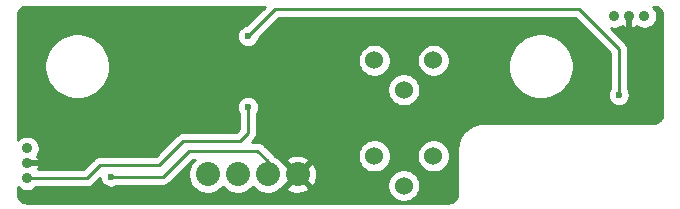
<source format=gbr>
G04 #@! TF.GenerationSoftware,KiCad,Pcbnew,(5.1.5)-3*
G04 #@! TF.CreationDate,2020-05-08T15:22:29-04:00*
G04 #@! TF.ProjectId,MZBOT_XY-Endstop,4d5a424f-545f-4585-992d-456e6473746f,A*
G04 #@! TF.SameCoordinates,Original*
G04 #@! TF.FileFunction,Copper,L2,Bot*
G04 #@! TF.FilePolarity,Positive*
%FSLAX46Y46*%
G04 Gerber Fmt 4.6, Leading zero omitted, Abs format (unit mm)*
G04 Created by KiCad (PCBNEW (5.1.5)-3) date 2020-05-08 15:22:29*
%MOMM*%
%LPD*%
G04 APERTURE LIST*
%ADD10C,0.900000*%
%ADD11C,1.524000*%
%ADD12C,2.032000*%
%ADD13C,0.600000*%
%ADD14C,0.508000*%
%ADD15C,0.254000*%
G04 APERTURE END LIST*
D10*
X123500000Y-106980000D03*
X123500000Y-105710000D03*
X123500000Y-108250000D03*
D11*
X155400000Y-108850000D03*
X152900000Y-106350000D03*
X157900000Y-106350000D03*
D12*
X146410000Y-107900000D03*
X143870000Y-107900000D03*
X141330000Y-107900000D03*
X138790000Y-107900000D03*
D10*
X174500000Y-94500000D03*
X175770000Y-94500000D03*
X173230000Y-94500000D03*
D11*
X155400000Y-100750000D03*
X152900000Y-98250000D03*
X157900000Y-98250000D03*
D13*
X132050000Y-104200000D03*
X139100000Y-96700000D03*
X132900000Y-106300000D03*
X133100000Y-98300000D03*
X133100000Y-100300000D03*
X152300000Y-108300000D03*
X146000000Y-103900000D03*
X152200000Y-101200000D03*
X175641000Y-101219000D03*
X130462000Y-105892000D03*
X142200000Y-96200000D03*
X173600000Y-101200000D03*
X130600000Y-108100000D03*
X142200000Y-102200000D03*
D14*
X146000000Y-103900000D02*
X146100000Y-103900000D01*
X123500000Y-106980000D02*
X124633000Y-106980000D01*
X124633000Y-106980000D02*
X124714000Y-107061000D01*
X174500000Y-94500000D02*
X174500000Y-95883000D01*
X174500000Y-95883000D02*
X174498000Y-95885000D01*
X130462000Y-105892000D02*
X130462000Y-105765000D01*
D15*
X144500000Y-93900000D02*
X142200000Y-96200000D01*
X170200000Y-93900000D02*
X144500000Y-93900000D01*
X173600000Y-97300000D02*
X170200000Y-93900000D01*
X173600000Y-101200000D02*
X173600000Y-97300000D01*
X143870000Y-106770000D02*
X143870000Y-107900000D01*
X143000000Y-105900000D02*
X143870000Y-106770000D01*
X137200000Y-105900000D02*
X143000000Y-105900000D01*
X135000000Y-108100000D02*
X137200000Y-105900000D01*
X130600000Y-108100000D02*
X135000000Y-108100000D01*
X123500000Y-108250000D02*
X128550000Y-108250000D01*
X142200000Y-104400000D02*
X142200000Y-102200000D01*
X141500000Y-105100000D02*
X142200000Y-104400000D01*
X136700000Y-105100000D02*
X141500000Y-105100000D01*
X134700000Y-107100000D02*
X136700000Y-105100000D01*
X131200000Y-107100000D02*
X134700000Y-107100000D01*
X131200000Y-107100000D02*
X131200000Y-107100000D01*
X129700000Y-107100000D02*
X131200000Y-107100000D01*
X128550000Y-108250000D02*
X129700000Y-107100000D01*
X173230000Y-94500000D02*
X172986000Y-94500000D01*
G36*
X142044820Y-95277550D02*
G01*
X141927271Y-95300932D01*
X141757111Y-95371414D01*
X141603972Y-95473738D01*
X141473738Y-95603972D01*
X141371414Y-95757111D01*
X141300932Y-95927271D01*
X141265000Y-96107911D01*
X141265000Y-96292089D01*
X141300932Y-96472729D01*
X141371414Y-96642889D01*
X141473738Y-96796028D01*
X141603972Y-96926262D01*
X141757111Y-97028586D01*
X141927271Y-97099068D01*
X142107911Y-97135000D01*
X142292089Y-97135000D01*
X142472729Y-97099068D01*
X142642889Y-97028586D01*
X142796028Y-96926262D01*
X142926262Y-96796028D01*
X143028586Y-96642889D01*
X143099068Y-96472729D01*
X143122450Y-96355180D01*
X144815631Y-94662000D01*
X169884370Y-94662000D01*
X172838001Y-97615632D01*
X172838000Y-100657458D01*
X172771414Y-100757111D01*
X172700932Y-100927271D01*
X172665000Y-101107911D01*
X172665000Y-101292089D01*
X172700932Y-101472729D01*
X172771414Y-101642889D01*
X172873738Y-101796028D01*
X173003972Y-101926262D01*
X173157111Y-102028586D01*
X173327271Y-102099068D01*
X173507911Y-102135000D01*
X173692089Y-102135000D01*
X173872729Y-102099068D01*
X174042889Y-102028586D01*
X174196028Y-101926262D01*
X174326262Y-101796028D01*
X174428586Y-101642889D01*
X174499068Y-101472729D01*
X174535000Y-101292089D01*
X174535000Y-101107911D01*
X174499068Y-100927271D01*
X174428586Y-100757111D01*
X174362000Y-100657458D01*
X174362000Y-97337422D01*
X174365686Y-97299999D01*
X174362000Y-97262574D01*
X174350974Y-97150622D01*
X174307402Y-97006985D01*
X174236645Y-96874608D01*
X174141422Y-96758578D01*
X174112352Y-96734721D01*
X172922776Y-95545146D01*
X173123137Y-95585000D01*
X173336863Y-95585000D01*
X173546483Y-95543304D01*
X173743940Y-95461515D01*
X173921647Y-95342775D01*
X173947644Y-95316778D01*
X173966275Y-95450675D01*
X174161997Y-95536532D01*
X174370710Y-95582556D01*
X174584390Y-95586979D01*
X174794828Y-95549629D01*
X174993936Y-95471943D01*
X175033725Y-95450675D01*
X175052356Y-95316778D01*
X175078353Y-95342775D01*
X175256060Y-95461515D01*
X175453517Y-95543304D01*
X175663137Y-95585000D01*
X175876863Y-95585000D01*
X176086483Y-95543304D01*
X176283940Y-95461515D01*
X176461647Y-95342775D01*
X176612775Y-95191647D01*
X176731515Y-95013940D01*
X176813304Y-94816483D01*
X176855000Y-94606863D01*
X176855000Y-94393137D01*
X176813304Y-94183517D01*
X176731515Y-93986060D01*
X176612775Y-93808353D01*
X176519765Y-93715343D01*
X176652785Y-93728386D01*
X176799748Y-93772757D01*
X176935297Y-93844829D01*
X177054258Y-93941852D01*
X177152118Y-94060144D01*
X177225132Y-94195181D01*
X177270529Y-94341833D01*
X177290001Y-94527101D01*
X177290000Y-102715271D01*
X177271614Y-102902784D01*
X177227243Y-103049748D01*
X177155171Y-103185297D01*
X177058148Y-103304258D01*
X176939856Y-103402118D01*
X176804819Y-103475132D01*
X176658167Y-103520529D01*
X176472908Y-103540000D01*
X162115123Y-103540000D01*
X162084424Y-103543024D01*
X162075180Y-103542959D01*
X162065315Y-103543926D01*
X161774169Y-103574526D01*
X161711138Y-103587464D01*
X161647920Y-103599524D01*
X161638430Y-103602389D01*
X161358774Y-103688957D01*
X161299479Y-103713883D01*
X161239785Y-103738001D01*
X161231033Y-103742655D01*
X160973517Y-103881894D01*
X160920158Y-103917885D01*
X160866323Y-103953114D01*
X160858640Y-103959379D01*
X160633073Y-104145984D01*
X160587735Y-104191640D01*
X160541753Y-104236669D01*
X160535434Y-104244308D01*
X160350408Y-104471172D01*
X160314835Y-104524714D01*
X160278440Y-104577867D01*
X160273725Y-104586588D01*
X160136288Y-104845069D01*
X160111780Y-104904530D01*
X160086416Y-104963710D01*
X160083484Y-104973180D01*
X159998870Y-105253435D01*
X159986377Y-105316532D01*
X159972991Y-105379506D01*
X159971955Y-105389365D01*
X159943388Y-105680717D01*
X159943388Y-105680733D01*
X159940001Y-105715123D01*
X159940000Y-109465271D01*
X159921614Y-109652784D01*
X159877243Y-109799748D01*
X159805171Y-109935297D01*
X159708148Y-110054258D01*
X159589856Y-110152118D01*
X159454819Y-110225132D01*
X159308167Y-110270529D01*
X159122908Y-110290000D01*
X123534729Y-110290000D01*
X123347216Y-110271614D01*
X123200252Y-110227243D01*
X123064703Y-110155171D01*
X122945742Y-110058148D01*
X122847882Y-109939856D01*
X122774868Y-109804819D01*
X122729471Y-109658167D01*
X122710000Y-109472908D01*
X122710000Y-108994422D01*
X122808353Y-109092775D01*
X122986060Y-109211515D01*
X123183517Y-109293304D01*
X123393137Y-109335000D01*
X123606863Y-109335000D01*
X123816483Y-109293304D01*
X124013940Y-109211515D01*
X124191647Y-109092775D01*
X124272422Y-109012000D01*
X128512577Y-109012000D01*
X128550000Y-109015686D01*
X128587423Y-109012000D01*
X128587426Y-109012000D01*
X128699378Y-109000974D01*
X128843015Y-108957402D01*
X128975392Y-108886645D01*
X129091422Y-108791422D01*
X129115284Y-108762346D01*
X129668408Y-108209222D01*
X129700932Y-108372729D01*
X129771414Y-108542889D01*
X129873738Y-108696028D01*
X130003972Y-108826262D01*
X130157111Y-108928586D01*
X130327271Y-108999068D01*
X130507911Y-109035000D01*
X130692089Y-109035000D01*
X130872729Y-108999068D01*
X131042889Y-108928586D01*
X131142542Y-108862000D01*
X134962577Y-108862000D01*
X135000000Y-108865686D01*
X135037423Y-108862000D01*
X135037426Y-108862000D01*
X135149378Y-108850974D01*
X135293015Y-108807402D01*
X135425392Y-108736645D01*
X135541422Y-108641422D01*
X135565284Y-108612346D01*
X137515631Y-106662000D01*
X137693134Y-106662000D01*
X137507585Y-106847549D01*
X137326903Y-107117958D01*
X137202447Y-107418421D01*
X137139000Y-107737391D01*
X137139000Y-108062609D01*
X137202447Y-108381579D01*
X137326903Y-108682042D01*
X137507585Y-108952451D01*
X137737549Y-109182415D01*
X138007958Y-109363097D01*
X138308421Y-109487553D01*
X138627391Y-109551000D01*
X138952609Y-109551000D01*
X139271579Y-109487553D01*
X139572042Y-109363097D01*
X139842451Y-109182415D01*
X140060000Y-108964866D01*
X140277549Y-109182415D01*
X140547958Y-109363097D01*
X140848421Y-109487553D01*
X141167391Y-109551000D01*
X141492609Y-109551000D01*
X141811579Y-109487553D01*
X142112042Y-109363097D01*
X142382451Y-109182415D01*
X142600000Y-108964866D01*
X142817549Y-109182415D01*
X143087958Y-109363097D01*
X143388421Y-109487553D01*
X143707391Y-109551000D01*
X144032609Y-109551000D01*
X144351579Y-109487553D01*
X144652042Y-109363097D01*
X144922451Y-109182415D01*
X145058043Y-109046823D01*
X145442782Y-109046823D01*
X145540478Y-109312860D01*
X145832821Y-109455348D01*
X146147344Y-109538064D01*
X146471962Y-109557831D01*
X146794198Y-109513888D01*
X147101670Y-109407924D01*
X147279522Y-109312860D01*
X147377218Y-109046823D01*
X146410000Y-108079605D01*
X145442782Y-109046823D01*
X145058043Y-109046823D01*
X145152415Y-108952451D01*
X145219968Y-108851351D01*
X145263177Y-108867218D01*
X146230395Y-107900000D01*
X146589605Y-107900000D01*
X147556823Y-108867218D01*
X147822860Y-108769522D01*
X147850697Y-108712408D01*
X154003000Y-108712408D01*
X154003000Y-108987592D01*
X154056686Y-109257490D01*
X154161995Y-109511727D01*
X154314880Y-109740535D01*
X154509465Y-109935120D01*
X154738273Y-110088005D01*
X154992510Y-110193314D01*
X155262408Y-110247000D01*
X155537592Y-110247000D01*
X155807490Y-110193314D01*
X156061727Y-110088005D01*
X156290535Y-109935120D01*
X156485120Y-109740535D01*
X156638005Y-109511727D01*
X156743314Y-109257490D01*
X156797000Y-108987592D01*
X156797000Y-108712408D01*
X156743314Y-108442510D01*
X156638005Y-108188273D01*
X156485120Y-107959465D01*
X156290535Y-107764880D01*
X156061727Y-107611995D01*
X155807490Y-107506686D01*
X155537592Y-107453000D01*
X155262408Y-107453000D01*
X154992510Y-107506686D01*
X154738273Y-107611995D01*
X154509465Y-107764880D01*
X154314880Y-107959465D01*
X154161995Y-108188273D01*
X154056686Y-108442510D01*
X154003000Y-108712408D01*
X147850697Y-108712408D01*
X147965348Y-108477179D01*
X148048064Y-108162656D01*
X148067831Y-107838038D01*
X148023888Y-107515802D01*
X147917924Y-107208330D01*
X147822860Y-107030478D01*
X147556823Y-106932782D01*
X146589605Y-107900000D01*
X146230395Y-107900000D01*
X145263177Y-106932782D01*
X145219968Y-106948649D01*
X145152415Y-106847549D01*
X145058043Y-106753177D01*
X145442782Y-106753177D01*
X146410000Y-107720395D01*
X147377218Y-106753177D01*
X147279522Y-106487140D01*
X146987179Y-106344652D01*
X146672656Y-106261936D01*
X146348038Y-106242169D01*
X146025802Y-106286112D01*
X145718330Y-106392076D01*
X145540478Y-106487140D01*
X145442782Y-106753177D01*
X145058043Y-106753177D01*
X144922451Y-106617585D01*
X144652042Y-106436903D01*
X144528661Y-106385797D01*
X144506645Y-106344607D01*
X144435279Y-106257648D01*
X144411422Y-106228578D01*
X144391719Y-106212408D01*
X151503000Y-106212408D01*
X151503000Y-106487592D01*
X151556686Y-106757490D01*
X151661995Y-107011727D01*
X151814880Y-107240535D01*
X152009465Y-107435120D01*
X152238273Y-107588005D01*
X152492510Y-107693314D01*
X152762408Y-107747000D01*
X153037592Y-107747000D01*
X153307490Y-107693314D01*
X153561727Y-107588005D01*
X153790535Y-107435120D01*
X153985120Y-107240535D01*
X154138005Y-107011727D01*
X154243314Y-106757490D01*
X154297000Y-106487592D01*
X154297000Y-106212408D01*
X156503000Y-106212408D01*
X156503000Y-106487592D01*
X156556686Y-106757490D01*
X156661995Y-107011727D01*
X156814880Y-107240535D01*
X157009465Y-107435120D01*
X157238273Y-107588005D01*
X157492510Y-107693314D01*
X157762408Y-107747000D01*
X158037592Y-107747000D01*
X158307490Y-107693314D01*
X158561727Y-107588005D01*
X158790535Y-107435120D01*
X158985120Y-107240535D01*
X159138005Y-107011727D01*
X159243314Y-106757490D01*
X159297000Y-106487592D01*
X159297000Y-106212408D01*
X159243314Y-105942510D01*
X159138005Y-105688273D01*
X158985120Y-105459465D01*
X158790535Y-105264880D01*
X158561727Y-105111995D01*
X158307490Y-105006686D01*
X158037592Y-104953000D01*
X157762408Y-104953000D01*
X157492510Y-105006686D01*
X157238273Y-105111995D01*
X157009465Y-105264880D01*
X156814880Y-105459465D01*
X156661995Y-105688273D01*
X156556686Y-105942510D01*
X156503000Y-106212408D01*
X154297000Y-106212408D01*
X154243314Y-105942510D01*
X154138005Y-105688273D01*
X153985120Y-105459465D01*
X153790535Y-105264880D01*
X153561727Y-105111995D01*
X153307490Y-105006686D01*
X153037592Y-104953000D01*
X152762408Y-104953000D01*
X152492510Y-105006686D01*
X152238273Y-105111995D01*
X152009465Y-105264880D01*
X151814880Y-105459465D01*
X151661995Y-105688273D01*
X151556686Y-105942510D01*
X151503000Y-106212408D01*
X144391719Y-106212408D01*
X144382353Y-106204722D01*
X143565284Y-105387653D01*
X143541422Y-105358578D01*
X143425392Y-105263355D01*
X143293015Y-105192598D01*
X143149378Y-105149026D01*
X143037426Y-105138000D01*
X143037423Y-105138000D01*
X143000000Y-105134314D01*
X142962577Y-105138000D01*
X142539631Y-105138000D01*
X142712353Y-104965278D01*
X142741422Y-104941422D01*
X142836645Y-104825392D01*
X142907402Y-104693015D01*
X142950974Y-104549378D01*
X142962000Y-104437426D01*
X142962000Y-104437417D01*
X142965685Y-104400001D01*
X142962000Y-104362585D01*
X142962000Y-102742542D01*
X143028586Y-102642889D01*
X143099068Y-102472729D01*
X143135000Y-102292089D01*
X143135000Y-102107911D01*
X143099068Y-101927271D01*
X143028586Y-101757111D01*
X142926262Y-101603972D01*
X142796028Y-101473738D01*
X142642889Y-101371414D01*
X142472729Y-101300932D01*
X142292089Y-101265000D01*
X142107911Y-101265000D01*
X141927271Y-101300932D01*
X141757111Y-101371414D01*
X141603972Y-101473738D01*
X141473738Y-101603972D01*
X141371414Y-101757111D01*
X141300932Y-101927271D01*
X141265000Y-102107911D01*
X141265000Y-102292089D01*
X141300932Y-102472729D01*
X141371414Y-102642889D01*
X141438001Y-102742543D01*
X141438000Y-104084369D01*
X141184370Y-104338000D01*
X136737422Y-104338000D01*
X136699999Y-104334314D01*
X136662576Y-104338000D01*
X136662574Y-104338000D01*
X136550622Y-104349026D01*
X136406985Y-104392598D01*
X136274608Y-104463355D01*
X136158578Y-104558578D01*
X136134721Y-104587648D01*
X134384370Y-106338000D01*
X129737423Y-106338000D01*
X129700000Y-106334314D01*
X129662577Y-106338000D01*
X129662574Y-106338000D01*
X129550622Y-106349026D01*
X129406985Y-106392598D01*
X129390056Y-106401647D01*
X129274607Y-106463355D01*
X129245075Y-106487592D01*
X129158578Y-106558578D01*
X129134716Y-106587654D01*
X128234370Y-107488000D01*
X124461960Y-107488000D01*
X124536532Y-107318003D01*
X124582556Y-107109290D01*
X124586979Y-106895610D01*
X124549629Y-106685172D01*
X124471943Y-106486064D01*
X124450675Y-106446275D01*
X124316778Y-106427644D01*
X124342775Y-106401647D01*
X124461515Y-106223940D01*
X124543304Y-106026483D01*
X124585000Y-105816863D01*
X124585000Y-105603137D01*
X124543304Y-105393517D01*
X124461515Y-105196060D01*
X124342775Y-105018353D01*
X124191647Y-104867225D01*
X124013940Y-104748485D01*
X123816483Y-104666696D01*
X123606863Y-104625000D01*
X123393137Y-104625000D01*
X123183517Y-104666696D01*
X122986060Y-104748485D01*
X122808353Y-104867225D01*
X122710000Y-104965578D01*
X122710000Y-98475701D01*
X124965000Y-98475701D01*
X124965000Y-99024299D01*
X125072026Y-99562354D01*
X125281965Y-100069192D01*
X125586750Y-100525334D01*
X125974666Y-100913250D01*
X126430808Y-101218035D01*
X126937646Y-101427974D01*
X127475701Y-101535000D01*
X128024299Y-101535000D01*
X128562354Y-101427974D01*
X129069192Y-101218035D01*
X129525334Y-100913250D01*
X129826176Y-100612408D01*
X154003000Y-100612408D01*
X154003000Y-100887592D01*
X154056686Y-101157490D01*
X154161995Y-101411727D01*
X154314880Y-101640535D01*
X154509465Y-101835120D01*
X154738273Y-101988005D01*
X154992510Y-102093314D01*
X155262408Y-102147000D01*
X155537592Y-102147000D01*
X155807490Y-102093314D01*
X156061727Y-101988005D01*
X156290535Y-101835120D01*
X156485120Y-101640535D01*
X156638005Y-101411727D01*
X156743314Y-101157490D01*
X156797000Y-100887592D01*
X156797000Y-100612408D01*
X156743314Y-100342510D01*
X156638005Y-100088273D01*
X156485120Y-99859465D01*
X156290535Y-99664880D01*
X156061727Y-99511995D01*
X155807490Y-99406686D01*
X155537592Y-99353000D01*
X155262408Y-99353000D01*
X154992510Y-99406686D01*
X154738273Y-99511995D01*
X154509465Y-99664880D01*
X154314880Y-99859465D01*
X154161995Y-100088273D01*
X154056686Y-100342510D01*
X154003000Y-100612408D01*
X129826176Y-100612408D01*
X129913250Y-100525334D01*
X130218035Y-100069192D01*
X130427974Y-99562354D01*
X130535000Y-99024299D01*
X130535000Y-98475701D01*
X130462737Y-98112408D01*
X151503000Y-98112408D01*
X151503000Y-98387592D01*
X151556686Y-98657490D01*
X151661995Y-98911727D01*
X151814880Y-99140535D01*
X152009465Y-99335120D01*
X152238273Y-99488005D01*
X152492510Y-99593314D01*
X152762408Y-99647000D01*
X153037592Y-99647000D01*
X153307490Y-99593314D01*
X153561727Y-99488005D01*
X153790535Y-99335120D01*
X153985120Y-99140535D01*
X154138005Y-98911727D01*
X154243314Y-98657490D01*
X154297000Y-98387592D01*
X154297000Y-98112408D01*
X156503000Y-98112408D01*
X156503000Y-98387592D01*
X156556686Y-98657490D01*
X156661995Y-98911727D01*
X156814880Y-99140535D01*
X157009465Y-99335120D01*
X157238273Y-99488005D01*
X157492510Y-99593314D01*
X157762408Y-99647000D01*
X158037592Y-99647000D01*
X158307490Y-99593314D01*
X158561727Y-99488005D01*
X158790535Y-99335120D01*
X158985120Y-99140535D01*
X159138005Y-98911727D01*
X159243314Y-98657490D01*
X159279474Y-98475701D01*
X164215000Y-98475701D01*
X164215000Y-99024299D01*
X164322026Y-99562354D01*
X164531965Y-100069192D01*
X164836750Y-100525334D01*
X165224666Y-100913250D01*
X165680808Y-101218035D01*
X166187646Y-101427974D01*
X166725701Y-101535000D01*
X167274299Y-101535000D01*
X167812354Y-101427974D01*
X168319192Y-101218035D01*
X168775334Y-100913250D01*
X169163250Y-100525334D01*
X169468035Y-100069192D01*
X169677974Y-99562354D01*
X169785000Y-99024299D01*
X169785000Y-98475701D01*
X169677974Y-97937646D01*
X169468035Y-97430808D01*
X169163250Y-96974666D01*
X168775334Y-96586750D01*
X168319192Y-96281965D01*
X167812354Y-96072026D01*
X167274299Y-95965000D01*
X166725701Y-95965000D01*
X166187646Y-96072026D01*
X165680808Y-96281965D01*
X165224666Y-96586750D01*
X164836750Y-96974666D01*
X164531965Y-97430808D01*
X164322026Y-97937646D01*
X164215000Y-98475701D01*
X159279474Y-98475701D01*
X159297000Y-98387592D01*
X159297000Y-98112408D01*
X159243314Y-97842510D01*
X159138005Y-97588273D01*
X158985120Y-97359465D01*
X158790535Y-97164880D01*
X158561727Y-97011995D01*
X158307490Y-96906686D01*
X158037592Y-96853000D01*
X157762408Y-96853000D01*
X157492510Y-96906686D01*
X157238273Y-97011995D01*
X157009465Y-97164880D01*
X156814880Y-97359465D01*
X156661995Y-97588273D01*
X156556686Y-97842510D01*
X156503000Y-98112408D01*
X154297000Y-98112408D01*
X154243314Y-97842510D01*
X154138005Y-97588273D01*
X153985120Y-97359465D01*
X153790535Y-97164880D01*
X153561727Y-97011995D01*
X153307490Y-96906686D01*
X153037592Y-96853000D01*
X152762408Y-96853000D01*
X152492510Y-96906686D01*
X152238273Y-97011995D01*
X152009465Y-97164880D01*
X151814880Y-97359465D01*
X151661995Y-97588273D01*
X151556686Y-97842510D01*
X151503000Y-98112408D01*
X130462737Y-98112408D01*
X130427974Y-97937646D01*
X130218035Y-97430808D01*
X129913250Y-96974666D01*
X129525334Y-96586750D01*
X129069192Y-96281965D01*
X128562354Y-96072026D01*
X128024299Y-95965000D01*
X127475701Y-95965000D01*
X126937646Y-96072026D01*
X126430808Y-96281965D01*
X125974666Y-96586750D01*
X125586750Y-96974666D01*
X125281965Y-97430808D01*
X125072026Y-97937646D01*
X124965000Y-98475701D01*
X122710000Y-98475701D01*
X122710000Y-94534729D01*
X122728386Y-94347215D01*
X122772757Y-94200252D01*
X122844829Y-94064703D01*
X122941852Y-93945742D01*
X123060144Y-93847882D01*
X123195181Y-93774868D01*
X123341833Y-93729471D01*
X123527092Y-93710000D01*
X143612369Y-93710000D01*
X142044820Y-95277550D01*
G37*
X142044820Y-95277550D02*
X141927271Y-95300932D01*
X141757111Y-95371414D01*
X141603972Y-95473738D01*
X141473738Y-95603972D01*
X141371414Y-95757111D01*
X141300932Y-95927271D01*
X141265000Y-96107911D01*
X141265000Y-96292089D01*
X141300932Y-96472729D01*
X141371414Y-96642889D01*
X141473738Y-96796028D01*
X141603972Y-96926262D01*
X141757111Y-97028586D01*
X141927271Y-97099068D01*
X142107911Y-97135000D01*
X142292089Y-97135000D01*
X142472729Y-97099068D01*
X142642889Y-97028586D01*
X142796028Y-96926262D01*
X142926262Y-96796028D01*
X143028586Y-96642889D01*
X143099068Y-96472729D01*
X143122450Y-96355180D01*
X144815631Y-94662000D01*
X169884370Y-94662000D01*
X172838001Y-97615632D01*
X172838000Y-100657458D01*
X172771414Y-100757111D01*
X172700932Y-100927271D01*
X172665000Y-101107911D01*
X172665000Y-101292089D01*
X172700932Y-101472729D01*
X172771414Y-101642889D01*
X172873738Y-101796028D01*
X173003972Y-101926262D01*
X173157111Y-102028586D01*
X173327271Y-102099068D01*
X173507911Y-102135000D01*
X173692089Y-102135000D01*
X173872729Y-102099068D01*
X174042889Y-102028586D01*
X174196028Y-101926262D01*
X174326262Y-101796028D01*
X174428586Y-101642889D01*
X174499068Y-101472729D01*
X174535000Y-101292089D01*
X174535000Y-101107911D01*
X174499068Y-100927271D01*
X174428586Y-100757111D01*
X174362000Y-100657458D01*
X174362000Y-97337422D01*
X174365686Y-97299999D01*
X174362000Y-97262574D01*
X174350974Y-97150622D01*
X174307402Y-97006985D01*
X174236645Y-96874608D01*
X174141422Y-96758578D01*
X174112352Y-96734721D01*
X172922776Y-95545146D01*
X173123137Y-95585000D01*
X173336863Y-95585000D01*
X173546483Y-95543304D01*
X173743940Y-95461515D01*
X173921647Y-95342775D01*
X173947644Y-95316778D01*
X173966275Y-95450675D01*
X174161997Y-95536532D01*
X174370710Y-95582556D01*
X174584390Y-95586979D01*
X174794828Y-95549629D01*
X174993936Y-95471943D01*
X175033725Y-95450675D01*
X175052356Y-95316778D01*
X175078353Y-95342775D01*
X175256060Y-95461515D01*
X175453517Y-95543304D01*
X175663137Y-95585000D01*
X175876863Y-95585000D01*
X176086483Y-95543304D01*
X176283940Y-95461515D01*
X176461647Y-95342775D01*
X176612775Y-95191647D01*
X176731515Y-95013940D01*
X176813304Y-94816483D01*
X176855000Y-94606863D01*
X176855000Y-94393137D01*
X176813304Y-94183517D01*
X176731515Y-93986060D01*
X176612775Y-93808353D01*
X176519765Y-93715343D01*
X176652785Y-93728386D01*
X176799748Y-93772757D01*
X176935297Y-93844829D01*
X177054258Y-93941852D01*
X177152118Y-94060144D01*
X177225132Y-94195181D01*
X177270529Y-94341833D01*
X177290001Y-94527101D01*
X177290000Y-102715271D01*
X177271614Y-102902784D01*
X177227243Y-103049748D01*
X177155171Y-103185297D01*
X177058148Y-103304258D01*
X176939856Y-103402118D01*
X176804819Y-103475132D01*
X176658167Y-103520529D01*
X176472908Y-103540000D01*
X162115123Y-103540000D01*
X162084424Y-103543024D01*
X162075180Y-103542959D01*
X162065315Y-103543926D01*
X161774169Y-103574526D01*
X161711138Y-103587464D01*
X161647920Y-103599524D01*
X161638430Y-103602389D01*
X161358774Y-103688957D01*
X161299479Y-103713883D01*
X161239785Y-103738001D01*
X161231033Y-103742655D01*
X160973517Y-103881894D01*
X160920158Y-103917885D01*
X160866323Y-103953114D01*
X160858640Y-103959379D01*
X160633073Y-104145984D01*
X160587735Y-104191640D01*
X160541753Y-104236669D01*
X160535434Y-104244308D01*
X160350408Y-104471172D01*
X160314835Y-104524714D01*
X160278440Y-104577867D01*
X160273725Y-104586588D01*
X160136288Y-104845069D01*
X160111780Y-104904530D01*
X160086416Y-104963710D01*
X160083484Y-104973180D01*
X159998870Y-105253435D01*
X159986377Y-105316532D01*
X159972991Y-105379506D01*
X159971955Y-105389365D01*
X159943388Y-105680717D01*
X159943388Y-105680733D01*
X159940001Y-105715123D01*
X159940000Y-109465271D01*
X159921614Y-109652784D01*
X159877243Y-109799748D01*
X159805171Y-109935297D01*
X159708148Y-110054258D01*
X159589856Y-110152118D01*
X159454819Y-110225132D01*
X159308167Y-110270529D01*
X159122908Y-110290000D01*
X123534729Y-110290000D01*
X123347216Y-110271614D01*
X123200252Y-110227243D01*
X123064703Y-110155171D01*
X122945742Y-110058148D01*
X122847882Y-109939856D01*
X122774868Y-109804819D01*
X122729471Y-109658167D01*
X122710000Y-109472908D01*
X122710000Y-108994422D01*
X122808353Y-109092775D01*
X122986060Y-109211515D01*
X123183517Y-109293304D01*
X123393137Y-109335000D01*
X123606863Y-109335000D01*
X123816483Y-109293304D01*
X124013940Y-109211515D01*
X124191647Y-109092775D01*
X124272422Y-109012000D01*
X128512577Y-109012000D01*
X128550000Y-109015686D01*
X128587423Y-109012000D01*
X128587426Y-109012000D01*
X128699378Y-109000974D01*
X128843015Y-108957402D01*
X128975392Y-108886645D01*
X129091422Y-108791422D01*
X129115284Y-108762346D01*
X129668408Y-108209222D01*
X129700932Y-108372729D01*
X129771414Y-108542889D01*
X129873738Y-108696028D01*
X130003972Y-108826262D01*
X130157111Y-108928586D01*
X130327271Y-108999068D01*
X130507911Y-109035000D01*
X130692089Y-109035000D01*
X130872729Y-108999068D01*
X131042889Y-108928586D01*
X131142542Y-108862000D01*
X134962577Y-108862000D01*
X135000000Y-108865686D01*
X135037423Y-108862000D01*
X135037426Y-108862000D01*
X135149378Y-108850974D01*
X135293015Y-108807402D01*
X135425392Y-108736645D01*
X135541422Y-108641422D01*
X135565284Y-108612346D01*
X137515631Y-106662000D01*
X137693134Y-106662000D01*
X137507585Y-106847549D01*
X137326903Y-107117958D01*
X137202447Y-107418421D01*
X137139000Y-107737391D01*
X137139000Y-108062609D01*
X137202447Y-108381579D01*
X137326903Y-108682042D01*
X137507585Y-108952451D01*
X137737549Y-109182415D01*
X138007958Y-109363097D01*
X138308421Y-109487553D01*
X138627391Y-109551000D01*
X138952609Y-109551000D01*
X139271579Y-109487553D01*
X139572042Y-109363097D01*
X139842451Y-109182415D01*
X140060000Y-108964866D01*
X140277549Y-109182415D01*
X140547958Y-109363097D01*
X140848421Y-109487553D01*
X141167391Y-109551000D01*
X141492609Y-109551000D01*
X141811579Y-109487553D01*
X142112042Y-109363097D01*
X142382451Y-109182415D01*
X142600000Y-108964866D01*
X142817549Y-109182415D01*
X143087958Y-109363097D01*
X143388421Y-109487553D01*
X143707391Y-109551000D01*
X144032609Y-109551000D01*
X144351579Y-109487553D01*
X144652042Y-109363097D01*
X144922451Y-109182415D01*
X145058043Y-109046823D01*
X145442782Y-109046823D01*
X145540478Y-109312860D01*
X145832821Y-109455348D01*
X146147344Y-109538064D01*
X146471962Y-109557831D01*
X146794198Y-109513888D01*
X147101670Y-109407924D01*
X147279522Y-109312860D01*
X147377218Y-109046823D01*
X146410000Y-108079605D01*
X145442782Y-109046823D01*
X145058043Y-109046823D01*
X145152415Y-108952451D01*
X145219968Y-108851351D01*
X145263177Y-108867218D01*
X146230395Y-107900000D01*
X146589605Y-107900000D01*
X147556823Y-108867218D01*
X147822860Y-108769522D01*
X147850697Y-108712408D01*
X154003000Y-108712408D01*
X154003000Y-108987592D01*
X154056686Y-109257490D01*
X154161995Y-109511727D01*
X154314880Y-109740535D01*
X154509465Y-109935120D01*
X154738273Y-110088005D01*
X154992510Y-110193314D01*
X155262408Y-110247000D01*
X155537592Y-110247000D01*
X155807490Y-110193314D01*
X156061727Y-110088005D01*
X156290535Y-109935120D01*
X156485120Y-109740535D01*
X156638005Y-109511727D01*
X156743314Y-109257490D01*
X156797000Y-108987592D01*
X156797000Y-108712408D01*
X156743314Y-108442510D01*
X156638005Y-108188273D01*
X156485120Y-107959465D01*
X156290535Y-107764880D01*
X156061727Y-107611995D01*
X155807490Y-107506686D01*
X155537592Y-107453000D01*
X155262408Y-107453000D01*
X154992510Y-107506686D01*
X154738273Y-107611995D01*
X154509465Y-107764880D01*
X154314880Y-107959465D01*
X154161995Y-108188273D01*
X154056686Y-108442510D01*
X154003000Y-108712408D01*
X147850697Y-108712408D01*
X147965348Y-108477179D01*
X148048064Y-108162656D01*
X148067831Y-107838038D01*
X148023888Y-107515802D01*
X147917924Y-107208330D01*
X147822860Y-107030478D01*
X147556823Y-106932782D01*
X146589605Y-107900000D01*
X146230395Y-107900000D01*
X145263177Y-106932782D01*
X145219968Y-106948649D01*
X145152415Y-106847549D01*
X145058043Y-106753177D01*
X145442782Y-106753177D01*
X146410000Y-107720395D01*
X147377218Y-106753177D01*
X147279522Y-106487140D01*
X146987179Y-106344652D01*
X146672656Y-106261936D01*
X146348038Y-106242169D01*
X146025802Y-106286112D01*
X145718330Y-106392076D01*
X145540478Y-106487140D01*
X145442782Y-106753177D01*
X145058043Y-106753177D01*
X144922451Y-106617585D01*
X144652042Y-106436903D01*
X144528661Y-106385797D01*
X144506645Y-106344607D01*
X144435279Y-106257648D01*
X144411422Y-106228578D01*
X144391719Y-106212408D01*
X151503000Y-106212408D01*
X151503000Y-106487592D01*
X151556686Y-106757490D01*
X151661995Y-107011727D01*
X151814880Y-107240535D01*
X152009465Y-107435120D01*
X152238273Y-107588005D01*
X152492510Y-107693314D01*
X152762408Y-107747000D01*
X153037592Y-107747000D01*
X153307490Y-107693314D01*
X153561727Y-107588005D01*
X153790535Y-107435120D01*
X153985120Y-107240535D01*
X154138005Y-107011727D01*
X154243314Y-106757490D01*
X154297000Y-106487592D01*
X154297000Y-106212408D01*
X156503000Y-106212408D01*
X156503000Y-106487592D01*
X156556686Y-106757490D01*
X156661995Y-107011727D01*
X156814880Y-107240535D01*
X157009465Y-107435120D01*
X157238273Y-107588005D01*
X157492510Y-107693314D01*
X157762408Y-107747000D01*
X158037592Y-107747000D01*
X158307490Y-107693314D01*
X158561727Y-107588005D01*
X158790535Y-107435120D01*
X158985120Y-107240535D01*
X159138005Y-107011727D01*
X159243314Y-106757490D01*
X159297000Y-106487592D01*
X159297000Y-106212408D01*
X159243314Y-105942510D01*
X159138005Y-105688273D01*
X158985120Y-105459465D01*
X158790535Y-105264880D01*
X158561727Y-105111995D01*
X158307490Y-105006686D01*
X158037592Y-104953000D01*
X157762408Y-104953000D01*
X157492510Y-105006686D01*
X157238273Y-105111995D01*
X157009465Y-105264880D01*
X156814880Y-105459465D01*
X156661995Y-105688273D01*
X156556686Y-105942510D01*
X156503000Y-106212408D01*
X154297000Y-106212408D01*
X154243314Y-105942510D01*
X154138005Y-105688273D01*
X153985120Y-105459465D01*
X153790535Y-105264880D01*
X153561727Y-105111995D01*
X153307490Y-105006686D01*
X153037592Y-104953000D01*
X152762408Y-104953000D01*
X152492510Y-105006686D01*
X152238273Y-105111995D01*
X152009465Y-105264880D01*
X151814880Y-105459465D01*
X151661995Y-105688273D01*
X151556686Y-105942510D01*
X151503000Y-106212408D01*
X144391719Y-106212408D01*
X144382353Y-106204722D01*
X143565284Y-105387653D01*
X143541422Y-105358578D01*
X143425392Y-105263355D01*
X143293015Y-105192598D01*
X143149378Y-105149026D01*
X143037426Y-105138000D01*
X143037423Y-105138000D01*
X143000000Y-105134314D01*
X142962577Y-105138000D01*
X142539631Y-105138000D01*
X142712353Y-104965278D01*
X142741422Y-104941422D01*
X142836645Y-104825392D01*
X142907402Y-104693015D01*
X142950974Y-104549378D01*
X142962000Y-104437426D01*
X142962000Y-104437417D01*
X142965685Y-104400001D01*
X142962000Y-104362585D01*
X142962000Y-102742542D01*
X143028586Y-102642889D01*
X143099068Y-102472729D01*
X143135000Y-102292089D01*
X143135000Y-102107911D01*
X143099068Y-101927271D01*
X143028586Y-101757111D01*
X142926262Y-101603972D01*
X142796028Y-101473738D01*
X142642889Y-101371414D01*
X142472729Y-101300932D01*
X142292089Y-101265000D01*
X142107911Y-101265000D01*
X141927271Y-101300932D01*
X141757111Y-101371414D01*
X141603972Y-101473738D01*
X141473738Y-101603972D01*
X141371414Y-101757111D01*
X141300932Y-101927271D01*
X141265000Y-102107911D01*
X141265000Y-102292089D01*
X141300932Y-102472729D01*
X141371414Y-102642889D01*
X141438001Y-102742543D01*
X141438000Y-104084369D01*
X141184370Y-104338000D01*
X136737422Y-104338000D01*
X136699999Y-104334314D01*
X136662576Y-104338000D01*
X136662574Y-104338000D01*
X136550622Y-104349026D01*
X136406985Y-104392598D01*
X136274608Y-104463355D01*
X136158578Y-104558578D01*
X136134721Y-104587648D01*
X134384370Y-106338000D01*
X129737423Y-106338000D01*
X129700000Y-106334314D01*
X129662577Y-106338000D01*
X129662574Y-106338000D01*
X129550622Y-106349026D01*
X129406985Y-106392598D01*
X129390056Y-106401647D01*
X129274607Y-106463355D01*
X129245075Y-106487592D01*
X129158578Y-106558578D01*
X129134716Y-106587654D01*
X128234370Y-107488000D01*
X124461960Y-107488000D01*
X124536532Y-107318003D01*
X124582556Y-107109290D01*
X124586979Y-106895610D01*
X124549629Y-106685172D01*
X124471943Y-106486064D01*
X124450675Y-106446275D01*
X124316778Y-106427644D01*
X124342775Y-106401647D01*
X124461515Y-106223940D01*
X124543304Y-106026483D01*
X124585000Y-105816863D01*
X124585000Y-105603137D01*
X124543304Y-105393517D01*
X124461515Y-105196060D01*
X124342775Y-105018353D01*
X124191647Y-104867225D01*
X124013940Y-104748485D01*
X123816483Y-104666696D01*
X123606863Y-104625000D01*
X123393137Y-104625000D01*
X123183517Y-104666696D01*
X122986060Y-104748485D01*
X122808353Y-104867225D01*
X122710000Y-104965578D01*
X122710000Y-98475701D01*
X124965000Y-98475701D01*
X124965000Y-99024299D01*
X125072026Y-99562354D01*
X125281965Y-100069192D01*
X125586750Y-100525334D01*
X125974666Y-100913250D01*
X126430808Y-101218035D01*
X126937646Y-101427974D01*
X127475701Y-101535000D01*
X128024299Y-101535000D01*
X128562354Y-101427974D01*
X129069192Y-101218035D01*
X129525334Y-100913250D01*
X129826176Y-100612408D01*
X154003000Y-100612408D01*
X154003000Y-100887592D01*
X154056686Y-101157490D01*
X154161995Y-101411727D01*
X154314880Y-101640535D01*
X154509465Y-101835120D01*
X154738273Y-101988005D01*
X154992510Y-102093314D01*
X155262408Y-102147000D01*
X155537592Y-102147000D01*
X155807490Y-102093314D01*
X156061727Y-101988005D01*
X156290535Y-101835120D01*
X156485120Y-101640535D01*
X156638005Y-101411727D01*
X156743314Y-101157490D01*
X156797000Y-100887592D01*
X156797000Y-100612408D01*
X156743314Y-100342510D01*
X156638005Y-100088273D01*
X156485120Y-99859465D01*
X156290535Y-99664880D01*
X156061727Y-99511995D01*
X155807490Y-99406686D01*
X155537592Y-99353000D01*
X155262408Y-99353000D01*
X154992510Y-99406686D01*
X154738273Y-99511995D01*
X154509465Y-99664880D01*
X154314880Y-99859465D01*
X154161995Y-100088273D01*
X154056686Y-100342510D01*
X154003000Y-100612408D01*
X129826176Y-100612408D01*
X129913250Y-100525334D01*
X130218035Y-100069192D01*
X130427974Y-99562354D01*
X130535000Y-99024299D01*
X130535000Y-98475701D01*
X130462737Y-98112408D01*
X151503000Y-98112408D01*
X151503000Y-98387592D01*
X151556686Y-98657490D01*
X151661995Y-98911727D01*
X151814880Y-99140535D01*
X152009465Y-99335120D01*
X152238273Y-99488005D01*
X152492510Y-99593314D01*
X152762408Y-99647000D01*
X153037592Y-99647000D01*
X153307490Y-99593314D01*
X153561727Y-99488005D01*
X153790535Y-99335120D01*
X153985120Y-99140535D01*
X154138005Y-98911727D01*
X154243314Y-98657490D01*
X154297000Y-98387592D01*
X154297000Y-98112408D01*
X156503000Y-98112408D01*
X156503000Y-98387592D01*
X156556686Y-98657490D01*
X156661995Y-98911727D01*
X156814880Y-99140535D01*
X157009465Y-99335120D01*
X157238273Y-99488005D01*
X157492510Y-99593314D01*
X157762408Y-99647000D01*
X158037592Y-99647000D01*
X158307490Y-99593314D01*
X158561727Y-99488005D01*
X158790535Y-99335120D01*
X158985120Y-99140535D01*
X159138005Y-98911727D01*
X159243314Y-98657490D01*
X159279474Y-98475701D01*
X164215000Y-98475701D01*
X164215000Y-99024299D01*
X164322026Y-99562354D01*
X164531965Y-100069192D01*
X164836750Y-100525334D01*
X165224666Y-100913250D01*
X165680808Y-101218035D01*
X166187646Y-101427974D01*
X166725701Y-101535000D01*
X167274299Y-101535000D01*
X167812354Y-101427974D01*
X168319192Y-101218035D01*
X168775334Y-100913250D01*
X169163250Y-100525334D01*
X169468035Y-100069192D01*
X169677974Y-99562354D01*
X169785000Y-99024299D01*
X169785000Y-98475701D01*
X169677974Y-97937646D01*
X169468035Y-97430808D01*
X169163250Y-96974666D01*
X168775334Y-96586750D01*
X168319192Y-96281965D01*
X167812354Y-96072026D01*
X167274299Y-95965000D01*
X166725701Y-95965000D01*
X166187646Y-96072026D01*
X165680808Y-96281965D01*
X165224666Y-96586750D01*
X164836750Y-96974666D01*
X164531965Y-97430808D01*
X164322026Y-97937646D01*
X164215000Y-98475701D01*
X159279474Y-98475701D01*
X159297000Y-98387592D01*
X159297000Y-98112408D01*
X159243314Y-97842510D01*
X159138005Y-97588273D01*
X158985120Y-97359465D01*
X158790535Y-97164880D01*
X158561727Y-97011995D01*
X158307490Y-96906686D01*
X158037592Y-96853000D01*
X157762408Y-96853000D01*
X157492510Y-96906686D01*
X157238273Y-97011995D01*
X157009465Y-97164880D01*
X156814880Y-97359465D01*
X156661995Y-97588273D01*
X156556686Y-97842510D01*
X156503000Y-98112408D01*
X154297000Y-98112408D01*
X154243314Y-97842510D01*
X154138005Y-97588273D01*
X153985120Y-97359465D01*
X153790535Y-97164880D01*
X153561727Y-97011995D01*
X153307490Y-96906686D01*
X153037592Y-96853000D01*
X152762408Y-96853000D01*
X152492510Y-96906686D01*
X152238273Y-97011995D01*
X152009465Y-97164880D01*
X151814880Y-97359465D01*
X151661995Y-97588273D01*
X151556686Y-97842510D01*
X151503000Y-98112408D01*
X130462737Y-98112408D01*
X130427974Y-97937646D01*
X130218035Y-97430808D01*
X129913250Y-96974666D01*
X129525334Y-96586750D01*
X129069192Y-96281965D01*
X128562354Y-96072026D01*
X128024299Y-95965000D01*
X127475701Y-95965000D01*
X126937646Y-96072026D01*
X126430808Y-96281965D01*
X125974666Y-96586750D01*
X125586750Y-96974666D01*
X125281965Y-97430808D01*
X125072026Y-97937646D01*
X124965000Y-98475701D01*
X122710000Y-98475701D01*
X122710000Y-94534729D01*
X122728386Y-94347215D01*
X122772757Y-94200252D01*
X122844829Y-94064703D01*
X122941852Y-93945742D01*
X123060144Y-93847882D01*
X123195181Y-93774868D01*
X123341833Y-93729471D01*
X123527092Y-93710000D01*
X143612369Y-93710000D01*
X142044820Y-95277550D01*
G36*
X123500000Y-106800395D02*
G01*
X123505395Y-106795000D01*
X123522890Y-106795000D01*
X123693748Y-106965858D01*
X123679605Y-106980000D01*
X123693748Y-106994143D01*
X123522890Y-107165000D01*
X123505395Y-107165000D01*
X123500000Y-107159605D01*
X123494605Y-107165000D01*
X123477110Y-107165000D01*
X123306253Y-106994143D01*
X123320395Y-106980000D01*
X123306253Y-106965858D01*
X123477110Y-106795000D01*
X123494605Y-106795000D01*
X123500000Y-106800395D01*
G37*
X123500000Y-106800395D02*
X123505395Y-106795000D01*
X123522890Y-106795000D01*
X123693748Y-106965858D01*
X123679605Y-106980000D01*
X123693748Y-106994143D01*
X123522890Y-107165000D01*
X123505395Y-107165000D01*
X123500000Y-107159605D01*
X123494605Y-107165000D01*
X123477110Y-107165000D01*
X123306253Y-106994143D01*
X123320395Y-106980000D01*
X123306253Y-106965858D01*
X123477110Y-106795000D01*
X123494605Y-106795000D01*
X123500000Y-106800395D01*
G36*
X174685000Y-94477110D02*
G01*
X174685000Y-94494605D01*
X174679605Y-94500000D01*
X174685000Y-94505395D01*
X174685000Y-94522890D01*
X174514143Y-94693748D01*
X174500000Y-94679605D01*
X174485858Y-94693748D01*
X174315000Y-94522890D01*
X174315000Y-94505395D01*
X174320395Y-94500000D01*
X174315000Y-94494605D01*
X174315000Y-94477110D01*
X174485858Y-94306253D01*
X174500000Y-94320395D01*
X174514143Y-94306253D01*
X174685000Y-94477110D01*
G37*
X174685000Y-94477110D02*
X174685000Y-94494605D01*
X174679605Y-94500000D01*
X174685000Y-94505395D01*
X174685000Y-94522890D01*
X174514143Y-94693748D01*
X174500000Y-94679605D01*
X174485858Y-94693748D01*
X174315000Y-94522890D01*
X174315000Y-94505395D01*
X174320395Y-94500000D01*
X174315000Y-94494605D01*
X174315000Y-94477110D01*
X174485858Y-94306253D01*
X174500000Y-94320395D01*
X174514143Y-94306253D01*
X174685000Y-94477110D01*
M02*

</source>
